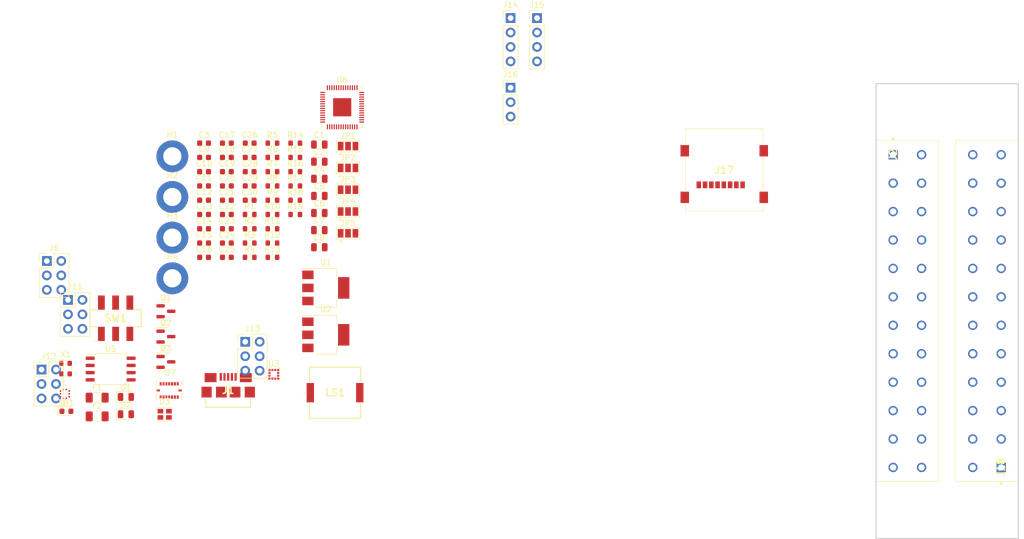
<source format=kicad_pcb>
(kicad_pcb (version 20221018) (generator pcbnew)
  (layers (0 "F.Cu" signal) (31 "B.Cu" signal) (34 "B.Paste" user) (35 "F.Paste" user) (36 "B.SilkS" user "B.Silkscreen") (37 "F.SilkS" user "F.Silkscreen") (38 "B.Mask" user) (39 "F.Mask" user) (44 "Edge.Cuts" user))
  (net 0 "")
  (net 1 "+12VA")
  (net 2 "GND")
  (net 3 "+3V3")
  (net 4 "+5V")
  (net 5 "/SERVO PWR")
  (net 6 "Net-(U3-C1)")
  (net 7 "+1V1")
  (net 8 "VBUS")
  (net 9 "Net-(D2-A)")
  (net 10 "Net-(D3-A)")
  (net 11 "/LEDRED")
  (net 12 "/LEDGREEN")
  (net 13 "/LEDBLUE")
  (net 14 "Net-(Q1-S)")
  (net 15 "+12P")
  (net 16 "Net-(F2-Pad2)")
  (net 17 "/USB_D-")
  (net 18 "/USB_D+")
  (net 20 "/GPIO26")
  (net 21 "+12V")
  (net 22 "+BATT")
  (net 23 "/SPI PWR")
  (net 24 "/SPI0 SCLK")
  (net 25 "/SPI0 MOSI")
  (net 26 "/SPI0 MISO")
  (net 27 "/BRKOUT CS")
  (net 28 "/P2-")
  (net 29 "/P1-")
  (net 30 "/SWD PWR")
  (net 31 "/SWCLK")
  (net 32 "/RUN")
  (net 33 "/SWD")
  (net 34 "/SERVO3")
  (net 35 "/SERVO4")
  (net 36 "/SERVO1")
  (net 37 "/SERVO2")
  (net 38 "/I2C PWR")
  (net 39 "/I2C1 SCL")
  (net 40 "/I2C1 SDA")
  (net 41 "/UART PWR")
  (net 42 "/UART0 TX")
  (net 43 "/UART0 RX")
  (net 44 "/BOOTSEL")
  (net 45 "/SD CS")
  (net 46 "/BUZZER")
  (net 47 "/P2 EN")
  (net 48 "Net-(Q2-D)")
  (net 49 "/P1 EN")
  (net 50 "Net-(Q3-D)")
  (net 51 "/P1 CONT")
  (net 52 "/P2 CONT")
  (net 53 "/BATT SENSE")
  (net 54 "/QSPI_SS")
  (net 55 "/RP USB_D+")
  (net 56 "/RP USB_D-")
  (net 59 "/MAG INT")
  (net 60 "/MAG DRDY")
  (net 61 "/BARO INT")
  (net 62 "/QSPI_SD1")
  (net 63 "/QSPI_SD2")
  (net 64 "/QSPI_SDO")
  (net 65 "/QSPI_SCLK")
  (net 66 "/QSPI_SD3")
  (net 67 "/XIN")
  (net 69 "/ACCEL INT1")
  (net 70 "/ACCEL INT2")
  (net 71 "/GYRO INT3")
  (net 72 "/GYRO INT4")
  (footprint "Resistor_SMD:R_0603_1608Metric" (layer "F.Cu") (at 73.435 64.55)
    (fp_text reference "R2" (at 0 -1.43) (layer "F.SilkS"))
    (fp_text value "470R")
    (pad "1" smd roundrect (at -0.825 0) (size 0.8 0.95) (layers "F.Cu" "F.Paste" "F.Mask") (net 2 "GND"))
    (pad "2" smd roundrect (at 0.825 0) (size 0.8 0.95) (layers "F.Cu" "F.Paste" "F.Mask") (net 47 "/P2 EN"))
  )
  (footprint "Capacitor_SMD:C_0805_2012Metric" (layer "F.Cu") (at 85.685 55.76)
    (fp_text reference "C4" (at 0 -1.68) (layer "F.SilkS"))
    (fp_text value "10u")
    (pad "1" smd roundrect (at -0.95 0) (size 1 1.45) (layers "F.Cu" "F.Paste" "F.Mask") (net 1 "+12VA"))
    (pad "2" smd roundrect (at 0.95 0) (size 1 1.45) (layers "F.Cu" "F.Paste" "F.Mask") (net 2 "GND"))
  )
  (footprint "Jumper:SolderJumper-3_P1.3mm_Open_Pad1.0x1.5mm" (layer "F.Cu") (at 90.735 57.68)
    (fp_text reference "JP3" (at 0 -1.8) (layer "F.SilkS"))
    (fp_text value "SolderJumper_3_Open")
    (pad "1" smd rect (at -1.3 0) (size 1 1.5) (layers "F.Cu" "F.Mask") (net 4 "+5V"))
    (pad "2" smd rect (at 0 0) (size 1 1.5) (layers "F.Cu" "F.Mask") (net 23 "/SPI PWR"))
    (pad "3" smd rect (at 1.3 0) (size 1 1.5) (layers "F.Cu" "F.Mask") (net 3 "+3V3"))
  )
  (footprint "Connector_PinHeader_2.54mm:PinHeader_2x03_P2.54mm_Vertical" (layer "F.Cu") (at 72.655 84.425)
    (fp_text reference "J13" (at 1.27 -2.33) (layer "F.SilkS"))
    (fp_text value "Conn_02x03_Odd_Even")
    (pad "1" thru_hole rect (at 0 0) (size 1.7 1.7) (drill 1) (layers "*.Cu" "*.Mask") (net 36 "/SERVO1"))
    (pad "2" thru_hole oval (at 2.54 0) (size 1.7 1.7) (drill 1) (layers "*.Cu" "*.Mask") (net 37 "/SERVO2"))
    (pad "3" thru_hole oval (at 0 2.54) (size 1.7 1.7) (drill 1) (layers "*.Cu" "*.Mask") (net 5 "/SERVO PWR"))
    (pad "4" thru_hole oval (at 2.54 2.54) (size 1.7 1.7) (drill 1) (layers "*.Cu" "*.Mask") (net 5 "/SERVO PWR"))
    (pad "5" thru_hole oval (at 0 5.08) (size 1.7 1.7) (drill 1) (layers "*.Cu" "*.Mask") (net 2 "GND"))
    (pad "6" thru_hole oval (at 2.54 5.08) (size 1.7 1.7) (drill 1) (layers "*.Cu" "*.Mask") (net 2 "GND"))
  )
  (footprint "LED_SMD:LED_Cree-PLCC4_2x2mm_CW" (layer "F.Cu") (at 58.485 97.18)
    (fp_text reference "D3" (at 0 -2.25) (layer "F.SilkS"))
    (fp_text value "CLV1L-FKB")
    (pad "1" smd rect (at -0.75 -0.55) (size 1 0.8) (layers "F.Cu" "F.Paste" "F.Mask") (net 10 "Net-(D3-A)"))
    (pad "2" smd rect (at 0.75 -0.55) (size 1 0.8) (layers "F.Cu" "F.Paste" "F.Mask") (net 11 "/LEDRED"))
    (pad "3" smd rect (at 0.75 0.55) (size 1 0.8) (layers "F.Cu" "F.Paste" "F.Mask") (net 12 "/LEDGREEN"))
    (pad "4" smd rect (at -0.75 0.55) (size 1 0.8) (layers "F.Cu" "F.Paste" "F.Mask") (net 13 "/LEDBLUE"))
  )
  (footprint "SamacSys_Parts:1862372" (layer "F.Cu") (at 186.6 51.525 -90)
    (fp_text reference "J2" (at 0 0 90) (layer "F.SilkS") (effects (font (size 1.27 1.27) (thickness 0.254))))
    (fp_text value "1862372" hide)
    (pad "1" thru_hole rect (at 0 0 270) (size 1.65 1.65) (drill 1.1) (layers "*.Cu" "*.Mask"))
    (pad "2" thru_hole circle (at 0 -5 270) (size 1.65 1.65) (drill 1.1) (layers "*.Cu" "*.Mask"))
    (pad "3" thru_hole circle (at 5 0 270) (size 1.65 1.65) (drill 1.1) (layers "*.Cu" "*.Mask"))
    (pad "4" thru_hole circle (at 5 -5 270) (size 1.65 1.65) (drill 1.1) (layers "*.Cu" "*.Mask"))
    (pad "5" thru_hole circle (at 10 0 270) (size 1.65 1.65) (drill 1.1) (layers "*.Cu" "*.Mask"))
    (pad "6" thru_hole circle (at 10 -5 270) (size 1.65 1.65) (drill 1.1) (layers "*.Cu" "*.Mask"))
    (pad "7" thru_hole circle (at 15 0 270) (size 1.65 1.65) (drill 1.1) (layers "*.Cu" "*.Mask"))
    (pad "8" thru_hole circle (at 15 -5 270) (size 1.65 1.65) (drill 1.1) (layers "*.Cu" "*.Mask"))
    (pad "9" thru_hole circle (at 20 0 270) (size 1.65 1.65) (drill 1.1) (layers "*.Cu" "*.Mask"))
    (pad "10" thru_hole circle (at 20 -5 270) (size 1.65 1.65) (drill 1.1) (layers "*.Cu" "*.Mask"))
    (pad "11" thru_hole circle (at 25 0 270) (size 1.65 1.65) (drill 1.1) (layers "*.Cu" "*.Mask"))
    (pad "12" thru_hole circle (at 25 -5 270) (size 1.65 1.65) (drill 1.1) (layers "*.Cu" "*.Mask"))
    (pad "13" thru_hole circle (at 30 0 270) (size 1.65 1.65) (drill 1.1) (layers "*.Cu" "*.Mask"))
    (pad "14" thru_hole circle (at 30 -5 270) (size 1.65 1.65) (drill 1.1) (layers "*.Cu" "*.Mask"))
    (pad "15" thru_hole circle (at 35 0 270) (size 1.65 1.65) (drill 1.1) (layers "*.Cu" "*.Mask"))
    (pad "16" thru_hole circle (at 35 -5 270) (size 1.65 1.65) (drill 1.1) (layers "*.Cu" "*.Mask"))
    (pad "17" thru_hole circle (at 40 0 270) (size 1.65 1.65) (drill 1.1) (layers "*.Cu" "*.Mask"))
    (pad "18" thru_hole circle (at 40 -5 270) (size 1.65 1.65) (drill 1.1) (layers "*.Cu" "*.Mask"))
    (pad "19" thru_hole circle (at 45 0 270) (size 1.65 1.65) (drill 1.1) (layers "*.Cu" "*.Mask"))
    (pad "20" thru_hole circle (at 45 -5 270) (size 1.65 1.65) (drill 1.1) (layers "*.Cu" "*.Mask"))
    (pad "21" thru_hole circle (at 50 0 270) (size 1.65 1.65) (drill 1.1) (layers "*.Cu" "*.Mask"))
    (pad "22" thru_hole circle (at 50 -5 270) (size 1.65 1.65) (drill 1.1) (layers "*.Cu" "*.Mask"))
    (pad "23" thru_hole circle (at 55 0 270) (size 1.65 1.65) (drill 1.1) (layers "*.Cu" "*.Mask"))
    (pad "24" thru_hole circle (at 55 -5 270) (size 1.65 1.65) (drill 1.1) (layers "*.Cu" "*.Mask"))
  )
  (footprint "Connector_PinHeader_2.54mm:PinHeader_1x04_P2.54mm_Vertical" (layer "F.Cu") (at 123.975 27.495)
    (fp_text reference "J15" (at 0 -2.33) (layer "F.SilkS"))
    (fp_text value "Conn_01x04")
    (pad "1" thru_hole rect (at 0 0) (size 1.7 1.7) (drill 1) (layers "*.Cu" "*.Mask") (net 41 "/UART PWR"))
    (pad "2" thru_hole oval (at 0 2.54) (size 1.7 1.7) (drill 1) (layers "*.Cu" "*.Mask") (net 42 "/UART0 TX"))
    (pad "3" thru_hole oval (at 0 5.08) (size 1.7 1.7) (drill 1) (layers "*.Cu" "*.Mask") (net 43 "/UART0 RX"))
    (pad "4" thru_hole oval (at 0 7.62) (size 1.7 1.7) (drill 1) (layers "*.Cu" "*.Mask") (net 2 "GND"))
  )
  (footprint "Package_SO:SOIC-8_5.23x5.23mm_P1.27mm" (layer "F.Cu") (at 48.985 89.22)
    (fp_text reference "U5" (at 0 -3.56) (layer "F.SilkS"))
    (fp_text value "W25Q128JVS")
    (pad "1" smd roundrect (at -3.6 -1.905) (size 1.6 0.6) (layers "F.Cu" "F.Paste" "F.Mask") (net 54 "/QSPI_SS"))
    (pad "2" smd roundrect (at -3.6 -0.635) (size 1.6 0.6) (layers "F.Cu" "F.Paste" "F.Mask") (net 62 "/QSPI_SD1"))
    (pad "3" smd roundrect (at -3.6 0.635) (size 1.6 0.6) (layers "F.Cu" "F.Paste" "F.Mask") (net 63 "/QSPI_SD2"))
    (pad "4" smd roundrect (at -3.6 1.905) (size 1.6 0.6) (layers "F.Cu" "F.Paste" "F.Mask") (net 2 "GND"))
    (pad "5" smd roundrect (at 3.6 1.905) (size 1.6 0.6) (layers "F.Cu" "F.Paste" "F.Mask") (net 64 "/QSPI_SDO"))
    (pad "6" smd roundrect (at 3.6 0.635) (size 1.6 0.6) (layers "F.Cu" "F.Paste" "F.Mask") (net 65 "/QSPI_SCLK"))
    (pad "7" smd roundrect (at 3.6 -0.635) (size 1.6 0.6) (layers "F.Cu" "F.Paste" "F.Mask") (net 66 "/QSPI_SD3"))
    (pad "8" smd roundrect (at 3.6 -1.905) (size 1.6 0.6) (layers "F.Cu" "F.Paste" "F.Mask") (net 3 "+3V3"))
  )
  (footprint "Capacitor_SMD:C_0603_1608Metric" (layer "F.Cu") (at 65.415 69.57)
    (fp_text reference "C16" (at 0 -1.43) (layer "F.SilkS"))
    (fp_text value "100n")
    (pad "1" smd roundrect (at -0.775 0) (size 0.9 0.95) (layers "F.Cu" "F.Paste" "F.Mask") (net 3 "+3V3"))
    (pad "2" smd roundrect (at 0.775 0) (size 0.9 0.95) (layers "F.Cu" "F.Paste" "F.Mask") (net 2 "GND"))
  )
  (footprint "Resistor_SMD:R_0603_1608Metric" (layer "F.Cu") (at 77.445 64.55)
    (fp_text reference "R11" (at 0 -1.43) (layer "F.SilkS"))
    (fp_text value "6k")
    (pad "1" smd roundrect (at -0.825 0) (size 0.8 0.95) (layers "F.Cu" "F.Paste" "F.Mask") (net 53 "/BATT SENSE"))
    (pad "2" smd roundrect (at 0.825 0) (size 0.8 0.95) (layers "F.Cu" "F.Paste" "F.Mask") (net 2 "GND"))
  )
  (footprint "Capacitor_SMD:C_0805_2012Metric" (layer "F.Cu") (at 85.685 58.77)
    (fp_text reference "C5" (at 0 -1.68) (layer "F.SilkS"))
    (fp_text value "10u")
    (pad "1" smd roundrect (at -0.95 0) (size 1 1.45) (layers "F.Cu" "F.Paste" "F.Mask") (net 1 "+12VA"))
    (pad "2" smd roundrect (at 0.95 0) (size 1 1.45) (layers "F.Cu" "F.Paste" "F.Mask") (net 2 "GND"))
  )
  (footprint "Capacitor_SMD:C_0603_1608Metric" (layer "F.Cu") (at 65.415 64.55)
    (fp_text reference "C14" (at 0 -1.43) (layer "F.SilkS"))
    (fp_text value "1u")
    (pad "1" smd roundrect (at -0.775 0) (size 0.9 0.95) (layers "F.Cu" "F.Paste" "F.Mask") (net 2 "GND"))
    (pad "2" smd roundrect (at 0.775 0) (size 0.9 0.95) (layers "F.Cu" "F.Paste" "F.Mask") (net 3 "+3V3"))
  )
  (footprint "Connector_PinHeader_2.54mm:PinHeader_2x03_P2.54mm_Vertical" (layer "F.Cu") (at 37.765 70.21)
    (fp_text reference "J6" (at 1.27 -2.33) (layer "F.SilkS"))
    (fp_text value "Conn_02x03_Odd_Even")
    (pad "1" thru_hole rect (at 0 0) (size 1.7 1.7) (drill 1) (layers "*.Cu" "*.Mask") (net 23 "/SPI PWR"))
    (pad "2" thru_hole oval (at 2.54 0) (size 1.7 1.7) (drill 1) (layers "*.Cu" "*.Mask") (net 24 "/SPI0 SCLK"))
    (pad "3" thru_hole oval (at 0 2.54) (size 1.7 1.7) (drill 1) (layers "*.Cu" "*.Mask") (net 25 "/SPI0 MOSI"))
    (pad "4" thru_hole oval (at 2.54 2.54) (size 1.7 1.7) (drill 1) (layers "*.Cu" "*.Mask") (net 26 "/SPI0 MISO"))
    (pad "5" thru_hole oval (at 0 5.08) (size 1.7 1.7) (drill 1) (layers "*.Cu" "*.Mask") (net 2 "GND"))
    (pad "6" thru_hole oval (at 2.54 5.08) (size 1.7 1.7) (drill 1) (layers "*.Cu" "*.Mask") (net 27 "/BRKOUT CS"))
  )
  (footprint "Resistor_SMD:R_0603_1608Metric" (layer "F.Cu") (at 81.455 59.53)
    (fp_text reference "R18" (at 0 -1.43) (layer "F.SilkS"))
    (fp_text value "27R")
    (pad "1" smd roundrect (at -0.825 0) (size 0.8 0.95) (layers "F.Cu" "F.Paste" "F.Mask") (net 18 "/USB_D+"))
    (pad "2" smd roundrect (at 0.825 0) (size 0.8 0.95) (layers "F.Cu" "F.Paste" "F.Mask") (net 55 "/RP USB_D+"))
  )
  (footprint "Resistor_SMD:R_0603_1608Metric" (layer "F.Cu") (at 81.455 62.04)
    (fp_text reference "R19" (at 0 -1.43) (layer "F.SilkS"))
    (fp_text value "27R")
    (pad "1" smd roundrect (at -0.825 0) (size 0.8 0.95) (layers "F.Cu" "F.Paste" "F.Mask") (net 56 "/RP USB_D-"))
    (pad "2" smd roundrect (at 0.825 0) (size 0.8 0.95) (layers "F.Cu" "F.Paste" "F.Mask") (net 17 "/USB_D-"))
  )
  (footprint "Capacitor_SMD:C_0603_1608Metric" (layer "F.Cu") (at 65.415 67.06)
    (fp_text reference "C15" (at 0 -1.43) (layer "F.SilkS"))
    (fp_text value "100n")
    (pad "1" smd roundrect (at -0.775 0) (size 0.9 0.95) (layers "F.Cu" "F.Paste" "F.Mask") (net 7 "+1V1"))
    (pad "2" smd roundrect (at 0.775 0) (size 0.9 0.95) (layers "F.Cu" "F.Paste" "F.Mask") (net 2 "GND"))
  )
  (footprint "Connector_PinHeader_2.54mm:PinHeader_2x03_P2.54mm_Vertical" (layer "F.Cu") (at 41.485 77.06)
    (fp_text reference "J11" (at 1.27 -2.33) (layer "F.SilkS"))
    (fp_text value "Conn_02x03_Odd_Even")
    (pad "1" thru_hole rect (at 0 0) (size 1.7 1.7) (drill 1) (layers "*.Cu" "*.Mask") (net 30 "/SWD PWR"))
    (pad "2" thru_hole oval (at 2.54 0) (size 1.7 1.7) (drill 1) (layers "*.Cu" "*.Mask") (net 31 "/SWCLK"))
    (pad "3" thru_hole oval (at 0 2.54) (size 1.7 1.7) (drill 1) (layers "*.Cu" "*.Mask") (net 32 "/RUN"))
    (pad "4" thru_hole oval (at 2.54 2.54) (size 1.7 1.7) (drill 1) (layers "*.Cu" "*.Mask") (net 2 "GND"))
    (pad "5" thru_hole oval (at 0 5.08) (size 1.7 1.7) (drill 1) (layers "*.Cu" "*.Mask") (net 2 "GND"))
    (pad "6" thru_hole oval (at 2.54 5.08) (size 1.7 1.7) (drill 1) (layers "*.Cu" "*.Mask") (net 33 "/SWD"))
  )
  (footprint "SamacSys_Parts:1862372" (layer "F.Cu") (at 205.6 106.525 90)
    (fp_text reference "J18" (at 0 0 90) (layer "F.SilkS") (effects (font (size 1.27 1.27) (thickness 0.254))))
    (fp_text value "1862372" hide)
    (pad "1" thru_hole rect (at 0 0 90) (size 1.65 1.65) (drill 1.1) (layers "*.Cu" "*.Mask"))
    (pad "2" thru_hole circle (at 0 -5 90) (size 1.65 1.65) (drill 1.1) (layers "*.Cu" "*.Mask"))
    (pad "3" thru_hole circle (at 5 0 90) (size 1.65 1.65) (drill 1.1) (layers "*.Cu" "*.Mask"))
    (pad "4" thru_hole circle (at 5 -5 90) (size 1.65 1.65) (drill 1.1) (layers "*.Cu" "*.Mask"))
    (pad "5" thru_hole circle (at 10 0 90) (size 1.65 1.65) (drill 1.1) (layers "*.Cu" "*.Mask"))
    (pad "6" thru_hole circle (at 10 -5 90) (size 1.65 1.65) (drill 1.1) (layers "*.Cu" "*.Mask"))
    (pad "7" thru_hole circle (at 15 0 90) (size 1.65 1.65) (drill 1.1) (layers "*.Cu" "*.Mask"))
    (pad "8" thru_hole circle (at 15 -5 90) (size 1.65 1.65) (drill 1.1) (layers "*.Cu" "*.Mask"))
    (pad "9" thru_hole circle (at 20 0 90) (size 1.65 1.65) (drill 1.1) (layers "*.Cu" "*.Mask"))
    (pad "10" thru_hole circle (at 20 -5 90) (size 1.65 1.65) (drill 1.1) (layers "*.Cu" "*.Mask"))
    (pad "11" thru_hole circle (at 25 0 90) (size 1.65 1.65) (drill 1.1) (layers "*.Cu" "*.Mask"))
    (pad "12" thru_hole circle (at 25 -5 90) (size 1.65 1.65) (drill 1.1) (layers "*.Cu" "*.Mask"))
    (pad "13" thru_hole circle (at 30 0 90) (size 1.65 1.65) (drill 1.1) (layers "*.Cu" "*.Mask"))
    (pad "14" thru_hole circle (at 30 -5 90) (size 1.65 1.65) (drill 1.1) (layers "*.Cu" "*.Mask"))
    (pad "15" thru_hole circle (at 35 0 90) (size 1.65 1.65) (drill 1.1) (layers "*.Cu" "*.Mask"))
    (pad "16" thru_hole circle (at 35 -5 90) (size 1.65 1.65) (drill 1.1) (layers "*.Cu" "*.Mask"))
    (pad "17" thru_hole circle (at 40 0 90) (size 1.65 1.65) (drill 1.1) (layers "*.Cu" "*.Mask") (net 21 "+12V"))
    (pad "18" thru_hole circle (at 40 -5 90) (size 1.65 1.65) (drill 1.1) (layers "*.Cu" "*.Mask") (net 21 "+12V"))
    (pad "19" thru_hole circle (at 45 0 90) (size 1.65 1.65) (drill 1.1) (layers "*.Cu" "*.Mask") (net 22 "+BATT"))
    (pad "20" thru_hole circle (at 45 -5 90) (size 1.65 1.65) (drill 1.1) (layers "*.Cu" "*.Mask") (net 22 "+BATT"))
    (pad "21" thru_hole circle (at 50 0 90) (size 1.65 1.65) (drill 1.1) (layers "*.Cu" "*.Mask") (net 2 "GND"))
    (pad "22" thru_hole circle (at 50 -5 90) (size 1.65 1.65) (drill 1.1) (layers "*.Cu" "*.Mask") (net 2 "GND"))
    (pad "23" thru_hole circle (at 55 0 90) (size 1.65 1.65) (drill 1.1) (layers "*.Cu" "*.Mask") (net 22 "+BATT"))
    (pad "24" thru_hole circle (at 55 -5 90) (size 1.65 1.65) (drill 1.1) (layers "*.Cu" "*.Mask") (net 22 "+BATT"))
  )
  (footprint "Package_LGA:LGA-12_2x2mm_P0.5mm" (layer "F.Cu") (at 77.685 90.15)
    (fp_text reference "U3" (at 0 -1.85) (layer "F.SilkS"))
    (fp_text value "LIS3MDL")
    (pad "1" smd rect (at -0.7625 -0.75) (size 0.375 0.35) (layers "F.Cu" "F.Paste" "F.Mask") (net 39 "/I2C1 SCL"))
    (pad "2" smd rect (at -0.7625 -0.25) (size 0.375 0.35) (layers "F.Cu" "F.Paste" "F.Mask") (net 2 "GND"))
    (pad "3" smd rect (at -0.7625 0.25) (size 0.375 0.35) (layers "F.Cu" "F.Paste" "F.Mask") (net 2 "GND"))
    (pad "4" smd rect (at -0.7625 0.75) (size 0.375 0.35) (layers "F.Cu" "F.Paste" "F.Mask") (net 6 "Net-(U3-C1)"))
    (pad "5" smd rect (at -0.25 0.7625 90) (size 0.375 0.35) (layers "F.Cu" "F.Paste" "F.Mask") (net 3 "+3V3"))
    (pad "6" smd rect (at 0.25 0.7625 90) (size 0.375 0.35) (layers "F.Cu" "F.Paste" "F.Mask") (net 3 "+3V3"))
    (pad "7" smd rect (at 0.7625 0.75) (size 0.375 0.35) (layers "F.Cu" "F.Paste" "F.Mask") (net 59 "/MAG INT"))
    (pad "8" smd rect (at 0.7625 0.25) (size 0.375 0.35) (layers "F.Cu" "F.Paste" "F.Mask") (net 60 "/MAG DRDY"))
    (pad "9" smd rect (at 0.7625 -0.25) (size 0.375 0.35) (layers "F.Cu" "F.Paste" "F.Mask") (net 2 "GND"))
    (pad "10" smd rect (at 0.7625 -0.75) (size 0.375 0.35) (layers "F.Cu" "F.Paste" "F.Mask") (net 3 "+3V3"))
    (pad "11" smd rect (at 0.25 -0.7625 90) (size 0.375 0.35) (layers "F.Cu" "F.Paste" "F.Mask") (net 40 "/I2C1 SDA"))
    (pad "12" smd rect (at -0.25 -0.7625 90) (size 0.375 0.35) (layers "F.Cu" "F.Paste" "F.Mask") (net 2 "GND"))
  )
  (footprint "Capacitor_SMD:C_0603_1608Metric" (layer "F.Cu") (at 73.435 49.49)
    (fp_text reference "C26" (at 0 -1.43) (layer "F.SilkS"))
    (fp_text value "100n")
    (pad "1" smd roundrect (at -0.775 0) (size 0.9 0.95) (layers "F.Cu" "F.Paste" "F.Mask") (net 3 "+3V3"))
    (pad "2" smd roundrect (at 0.775 0) (size 0.9 0.95) (layers "F.Cu" "F.Paste" "F.Mask") (net 2 "GND"))
  )
  (footprint "Capacitor_SMD:C_0603_1608Metric" (layer "F.Cu") (at 65.415 54.51)
    (fp_text reference "C10" (at 0 -1.43) (layer "F.SilkS"))
    (fp_text value "1u")
    (pad "1" smd roundrect (at -0.775 0) (size 0.9 0.95) (layers "F.Cu" "F.Paste" "F.Mask") (net 3 "+3V3"))
    (pad "2" smd roundrect (at 0.775 0) (size 0.9 0.95) (layers "F.Cu" "F.Paste" "F.Mask") (net 2 "GND"))
  )
  (footprint "Resistor_SMD:R_0603_1608Metric" (layer "F.Cu") (at 77.445 54.51)
    (fp_text reference "R7" (at 0 -1.43) (layer "F.SilkS"))
    (fp_text value "6k")
    (pad "1" smd roundrect (at -0.825 0) (size 0.8 0.95) (layers "F.Cu" "F.Paste" "F.Mask") (net 51 "/P1 CONT"))
    (pad "2" smd roundrect (at 0.825 0) (size 0.8 0.95) (layers "F.Cu" "F.Paste" "F.Mask") (net 2 "GND"))
  )
  (footprint "Capacitor_SMD:C_0603_1608Metric" (layer "F.Cu") (at 65.415 52)
    (fp_text reference "C9" (at 0 -1.43) (layer "F.SilkS"))
    (fp_text value "1u")
    (pad "1" smd roundrect (at -0.775 0) (size 0.9 0.95) (layers "F.Cu" "F.Paste" "F.Mask") (net 5 "/SERVO PWR"))
    (pad "2" smd roundrect (at 0.775 0) (size 0.9 0.95) (layers "F.Cu" "F.Paste" "F.Mask") (net 2 "GND"))
  )
  (footprint "Capacitor_SMD:C_0603_1608Metric" (layer "F.Cu") (at 65.415 57.02)
    (fp_text reference "C11" (at 0 -1.43) (layer "F.SilkS"))
    (fp_text value "100n")
    (pad "1" smd roundrect (at -0.775 0) (size 0.9 0.95) (layers "F.Cu" "F.Paste" "F.Mask") (net 3 "+3V3"))
    (pad "2" smd roundrect (at 0.775 0) (size 0.9 0.95) (layers "F.Cu" "F.Paste" "F.Mask") (net 2 "GND"))
  )
  (footprint "Resistor_SMD:R_0603_1608Metric" (layer "F.Cu") (at 77.445 62.04)
    (fp_text reference "R10" (at 0 -1.43) (layer "F.SilkS"))
    (fp_text value "20k")
    (pad "1" smd roundrect (at -0.825 0) (size 0.8 0.95) (layers "F.Cu" "F.Paste" "F.Mask") (net 21 "+12V"))
    (pad "2" smd roundrect (at 0.825 0) (size 0.8 0.95) (layers "F.Cu" "F.Paste" "F.Mask") (net 53 "/BATT SENSE"))
  )
  (footprint "Jumper:SolderJumper-3_P1.3mm_Open_Pad1.0x1.5mm" (layer "F.Cu") (at 90.735 61.515)
    (fp_text reference "JP4" (at 0 -1.8) (layer "F.SilkS"))
    (fp_text value "SolderJumper_3_Open")
    (pad "1" smd rect (at -1.3 0) (size 1 1.5) (layers "F.Cu" "F.Mask") (net 4 "+5V"))
    (pad "2" smd rect (at 0 0) (size 1 1.5) (layers "F.Cu" "F.Mask") (net 41 "/UART PWR"))
    (pad "3" smd rect (at 1.3 0) (size 1 1.5) (layers "F.Cu" "F.Mask") (net 3 "+3V3"))
  )
  (footprint "Resistor_SMD:R_0603_1608Metric" (layer "F.Cu") (at 73.435 67.06)
    (fp_text reference "R3" (at 0 -1.43) (layer "F.SilkS"))
    (fp_text value "470R")
    (pad "1" smd roundrect (at -0.825 0) (size 0.8 0.95) (layers "F.Cu" "F.Paste" "F.Mask") (net 2 "GND"))
    (pad "2" smd roundrect (at 0.825 0) (size 0.8 0.95) (layers "F.Cu" "F.Paste" "F.Mask") (net 49 "/P1 EN"))
  )
  (footprint "Resistor_SMD:R_0603_1608Metric" (layer "F.Cu") (at 77.445 52)
    (fp_text reference "R6" (at 0 -1.43) (layer "F.SilkS"))
    (fp_text value "20k")
    (pad "1" smd roundrect (at -0.825 0) (size 0.8 0.95) (layers "F.Cu" "F.Paste" "F.Mask") (net 48 "Net-(Q2-D)"))
    (pad "2" smd roundrect (at 0.825 0) (size 0.8 0.95) (layers "F.Cu" "F.Paste" "F.Mask") (net 51 "/P1 CONT"))
  )
  (footprint "Capacitor_SMD:C_0805_2012Metric" (layer "F.Cu") (at 85.685 52.75)
    (fp_text reference "C2" (at 0 -1.68) (layer "F.SilkS"))
    (fp_text value "22u")
    (pad "1" smd roundrect (at -0.95 0) (size 1 1.45) (layers "F.Cu" "F.Paste" "F.Mask") (net 3 "+3V3"))
    (pad "2" smd roundrect (at 0.95 0) (size 1 1.45) (layers "F.Cu" "F.Paste" "F.Mask") (net 2 "GND"))
  )
  (footprint "Package_DFN_QFN:QFN-56-1EP_7x7mm_P0.4mm_EP3.2x3.2mm" (layer "F.Cu") (at 89.705 43.18)
    (fp_text reference "U6" (at 0 -4.82) (layer "F.SilkS"))
    (fp_text value "RP2040")
    (pad "1" smd roundrect (at -3.4375 -2.6) (size 0.875 0.2) (layers "F.Cu" "F.Paste" "F.Mask") (net 3 "+3V3"))
    (pad "2" smd roundrect (at -3.4375 -2.2) (size 0.875 0.2) (layers "F.Cu" "F.Paste" "F.Mask") (net 26 "/SPI0 MISO"))
    (pad "3" smd roundrect (at -3.4375 -1.8) (size 0.875 0.2) (layers "F.Cu" "F.Paste" "F.Mask") (net 45 "/SD CS"))
    (pad "4" smd roundrect (at -3.4375 -1.4) (size 0.875 0.2) (layers "F.Cu" "F.Paste" "F.Mask") (net 24 "/SPI0 SCLK"))
    (pad "5" smd roundrect (at -3.4375 -1) (size 0.875 0.2) (layers "F.Cu" "F.Paste" "F.Mask") (net 25 "/SPI0 MOSI"))
    (pad "6" smd roundrect (at -3.4375 -0.6) (size 0.875 0.2) (layers "F.Cu" "F.Paste" "F.Mask") (net 27 "/BRKOUT CS"))
    (pad "7" smd roundrect (at -3.4375 -0.2) (size 0.875 0.2) (layers "F.Cu" "F.Paste" "F.Mask") (net 46 "/BUZZER"))
    (pad "8" smd roundrect (at -3.4375 0.2) (size 0.875 0.2) (layers "F.Cu" "F.Paste" "F.Mask") (net 49 "/P1 EN"))
    (pad "9" smd roundrect (at -3.4375 0.6) (size 0.875 0.2) (layers "F.Cu" "F.Paste" "F.Mask") (net 47 "/P2 EN"))
    (pad "10" smd roundrect (at -3.4375 1) (size 0.875 0.2) (layers "F.Cu" "F.Paste" "F.Mask") (net 3 "+3V3"))
    (pad "11" smd roundrect (at -3.4375 1.4) (size 0.875 0.2) (layers "F.Cu" "F.Paste" "F.Mask") (net 60 "/MAG DRDY"))
    (pad "12" smd roundrect (at -3.4375 1.8) (size 0.875 0.2) (layers "F.Cu" "F.Paste" "F.Mask") (net 11 "/LEDRED"))
    (pad "13" smd roundrect (at -3.4375 2.2) (size 0.875 0.2) (layers "F.Cu" "F.Paste" "F.Mask") (net 12 "/LEDGREEN"))
    (pad "14" smd roundrect (at -3.4375 2.6) (size 0.875 0.2) (layers "F.Cu" "F.Paste" "F.Mask") (net 13 "/LEDBLUE"))
    (pad "15" smd roundrect (at -2.6 3.4375) (size 0.2 0.875) (layers "F.Cu" "F.Paste" "F.Mask") (net 36 "/SERVO1"))
    (pad "16" smd roundrect (at -2.2 3.4375) (size 0.2 0.875) (layers "F.Cu" "F.Paste" "F.Mask") (net 37 "/SERVO2"))
    (pad "17" smd roundrect (at -1.8 3.4375) (size 0.2 0.875) (layers "F.Cu" "F.Paste" "F.Mask") (net 34 "/SERVO3"))
    (pad "18" smd roundrect (at -1.4 3.4375) (size 0.2 0.875) (layers "F.Cu" "F.Paste" "F.Mask") (net 35 "/SERVO4"))
    (pad "19" smd roundrect (at -1 3.4375) (size 0.2 0.875) (layers "F.Cu" "F.Paste" "F.Mask") (net 2 "GND"))
    (pad "20" smd roundrect (at -0.6 3.4375) (size 0.2 0.875) (layers "F.Cu" "F.Paste" "F.Mask") (net 67 "/XIN"))
    (pad "21" smd roundrect (at -0.2 3.4375) (size 0.2 0.875) (layers "F.Cu" "F.Paste" "F.Mask"))
    (pad "22" smd roundrect (at 0.2 3.4375) (size 0.2 0.875) (layers "F.Cu" "F.Paste" "F.Mask") (net 3 "+3V3"))
    (pad "23" smd roundrect (at 0.6 3.4375) (size 0.2 0.875) (layers "F.Cu" "F.Paste" "F.Mask") (net 7 "+1V1"))
    (pad "24" smd roundrect (at 1 3.4375) (size 0.2 0.875) (layers "F.Cu" "F.Paste" "F.Mask") (net 31 "/SWCLK"))
    (pad "25" smd roundrect (at 1.4 3.4375) (size 0.2 0.875) (layers "F.Cu" "F.Paste" "F.Mask") (net 33 "/SWD"))
    (pad "26" smd roundrect (at 1.8 3.4375) (size 0.2 0.875) (layers "F.Cu" "F.Paste" "F.Mask") (net 32 "/RUN"))
    (pad "27" smd roundrect (at 2.2 3.4375) (size 0.2 0.875) (layers "F.Cu" "F.Paste" "F.Mask") (net 42 "/UART0 TX"))
    (pad "28" smd roundrect (at 2.6 3.4375) (size 0.2 0.875) (layers "F.Cu" "F.Paste" "F.Mask") (net 43 "/UART0 RX"))
    (pad "29" smd roundrect (at 3.4375 2.6) (size 0.875 0.2) (layers "F.Cu" "F.Paste" "F.Mask") (net 69 "/ACCEL INT1"))
    (pad "30" smd roundrect (at 3.4375 2.2) (size 0.875 0.2) (layers "F.Cu" "F.Paste" "F.Mask") (net 70 "/ACCEL INT2"))
    (pad "31" smd roundrect (at 3.4375 1.8) (size 0.875 0.2) (layers "F.Cu" "F.Paste" "F.Mask") (net 71 "/GYRO INT3"))
    (pad "32" smd roundrect (at 3.4375 1.4) (size 0.875 0.2) (layers "F.Cu" "F.Paste" "F.Mask") (net 72 "/GYRO INT4"))
    (pad "33" smd roundrect (at 3.4375 1) (size 0.875 0.2) (layers "F.Cu" "F.Paste" "F.Mask") (net 3 "+3V3"))
    (pad "34" smd roundrect (at 3.4375 0.6) (size 0.875 0.2) (layers "F.Cu" "F.Paste" "F.Mask") (net 40 "/I2C1 SDA"))
    (pad "35" smd roundrect (at 3.4375 0.2) (size 0.875 0.2) (layers "F.Cu" "F.Paste" "F.Mask") (net 39 "/I2C1 SCL"))
    (pad "36" smd roundrect (at 3.4375 -0.2) (size 0.875 0.2) (layers "F.Cu" "F.Paste" "F.Mask") (net 59 "/MAG INT"))
    (pad "37" smd roundrect (at 3.4375 -0.6) (size 0.875 0.2) (layers "F.Cu" "F.Paste" "F.Mask") (net 61 "/BARO INT"))
    (pad "38" smd roundrect (at 3.4375 -1) (size 0.875 0.2) (layers "F.Cu" "F.Paste" "F.Mask") (net 20 "/GPIO26"))
    (pad "39" smd roundrect (at 3.4375 -1.4) (size 0.875 0.2) (layers "F.Cu" "F.Paste" "F.Mask") (net 52 "/P2 CONT"))
    (pad "40" smd roundrect (at 3.4375 -1.8) (size 0.875 0.2) (layers "F.Cu" "F.Paste" "F.Mask") (net 51 "/P1 CONT"))
    (pad "41" smd roundrect (at 3.4375 -2.2) (size 0.875 0.2) (layers "F.Cu" "F.Paste" "F.Mask") (net 53 "/BATT SENSE"))
    (pad "42" smd roundrect (at 3.4375 -2.6) (size 0.875 0.2) (layers "F.Cu" "F.Paste" "F.Mask") (net 3 "+3V3"))
    (pad "43" smd roundrect (at 2.6 -3.4375) (size 0.2 0.875) (layers "F.Cu" "F.Paste" "F.Mask") (net 3 "+3V3"))
    (pad "44" smd roundrect (at 2.2 -3.4375) (size 0.2 0.875) (layers "F.Cu" "F.Paste" "F.Mask") (net 3 "+3V3"))
    (pad "45" smd roundrect (at 1.8 -3.4375) (size 0.2 0.875) (layers "F.Cu" "F.Paste" "F.Mask") (net 7 "+1V1"))
    (pad "46" smd roundrect (at 1.4 -3.4375) (size 0.2 0.875) (layers "F.Cu" "F.Paste" "F.Mask") (net 56 "/RP USB_D-"))
    (pad "47" smd roundrect (at 1 -3.4375) (size 0.2 0.875) (layers "F.Cu" "F.Paste" "F.Mask") (net 55 "/RP USB_D+"))
    (pad "48" smd roundrect (at 0.6 -3.4375) (size 0.2 0.875) (layers "F.Cu" "F.Paste" "F.Mask") (net 3 "+3V3"))
    (pad "49" smd roundrect (at 0.2 -3.4375) (size 0.2 0.875) (layers "F.Cu" "F.Paste" "F.Mask") (net 3 "+3V3"))
    (pad "50" smd roundrect (at -0.2 -3.4375) (size 0.2 0.875) (layers "F.Cu" "F.Paste" "F.Mask") (net 7 "+1V1"))
    (pad "51" smd roundrect (at -0.6 -3.4375) (size 0.2 0.875) (layers "F.Cu" "F.Paste" "F.Mask") (net 66 "/QSPI_SD3"))
    (pad "52" smd roundrect (at -1 -3.4375) (size 0.2 0.875) (layers "F.Cu" "F.Paste" "F.Mask") (net 65 "/QSPI_SCLK"))
    (pad "53" smd roundrect (at -1.4 -3.4375) (size 0.2 0.875) (layers "F.Cu" "F.Paste" "F.Mask") (net 64 "/QSPI_SDO"))
    (pad "54" smd roundrect (at -1.8 -3.4375) (size 0.2 0.875) (layers "F.Cu" "F.Paste" "F.Mask") (net 63 "/QSPI_SD2"))
    (pad "55" smd roundrect (at -2.2 -3.4375) (size 0.2 0.875) (layers "F.Cu" "F.Paste" "F.Mask") (net 62 "/QSPI_SD1"))
    (pad "56" smd roundrect (at -2.6 -3.4375) (size 0.2 0.875) (layers "F.Cu" "F.Paste" "F.Mask") (net 54 "/QSPI_SS"))
    (pad "57" smd rect (at 0 0) (size 3.2 3.2) (layers "F.Cu" "F.Mask") (net 2 "GND"))
  )
  (footprint "Capacitor_SMD:C_0603_1608Metric" (layer "F.Cu") (at 65.415 59.53)
    (fp_text reference "C12" (at 0 -1.43) (layer "F.SilkS"))
    (fp_text value "100n")
    (pad "1" smd roundrect (at -0.775 0) (size 0.9 0.95) (layers "F.Cu" "F.Paste" "F.Mask") (net 6 "Net-(U3-C1)"))
    (pad "2" smd roundrect (at 0.775 0) (size 0.9 0.95) (layers "F.Cu" "F.Paste" "F.Mask") (net 2 "GND"))
  )
  (footprint "Resistor_SMD:R_0603_1608Metric" (layer "F.Cu") (at 81.455 52)
    (fp_text reference "R15" (at 0 -1.43) (layer "F.SilkS"))
    (fp_text value "2k2")
    (pad "1" smd roundrect (at -0.825 0) (size 0.8 0.95) (layers "F.Cu" "F.Paste" "F.Mask") (net 3 "+3V3"))
    (pad "2" smd roundrect (at 0.825 0) (size 0.8 0.95) (layers "F.Cu" "F.Paste" "F.Mask") (net 39 "/I2C1 SCL"))
  )
  (footprint "Capacitor_SMD:C_0603_1608Metric" (layer "F.Cu") (at 69.425 64.55)
    (fp_text reference "C23" (at 0 -1.43) (layer "F.SilkS"))
    (fp_text value "100n")
    (pad "1" smd roundrect (at -0.775 0) (size 0.9 0.95) (layers "F.Cu" "F.Paste" "F.Mask") (net 3 "+3V3"))
    (pad "2" smd roundrect (at 0.775 0) (size 0.9 0.95) (layers "F.Cu" "F.Paste" "F.Mask") (net 2 "GND"))
  )
  (footprint "Connector_PinHeader_2.54mm:PinHeader_1x04_P2.54mm_Vertical" (layer "F.Cu") (at 119.325 27.495)
    (fp_text reference "J14" (at 0 -2.33) (layer "F.SilkS"))
    (fp_text value "Conn_01x04")
    (pad "1" thru_hole rect (at 0 0) (size 1.7 1.7) (drill 1) (layers "*.Cu" "*.Mask") (net 38 "/I2C PWR"))
    (pad "2" thru_hole oval (at 0 2.54) (size 1.7 1.7) (drill 1) (layers "*.Cu" "*.Mask") (net 39 "/I2C1 SCL"))
    (pad "3" thru_hole oval (at 0 5.08) (size 1.7 1.7) (drill 1) (layers "*.Cu" "*.Mask") (net 40 "/I2C1 SDA"))
    (pad "4" thru_hole oval (at 0 7.62) (size 1.7 1.7) (drill 1) (layers "*.Cu" "*.Mask") (net 2 "GND"))
  )
  (footprint "LED_SMD:LED_0805_2012Metric" (layer "F.Cu") (at 51.665 97.165)
    (fp_text reference "D2" (at 0 -1.65) (layer "F.SilkS"))
    (fp_text value "LED")
    (pad "1" smd roundrect (at -0.9375 0) (size 0.975 1.4) (layers "F.Cu" "F.Paste" "F.Mask") (net 2 "GND"))
    (pad "2" smd roundrect (at 0.9375 0) (size 0.975 1.4) (layers "F.Cu" "F.Paste" "F.Mask") (net 9 "Net-(D2-A)"))
  )
  (footprint "MountingHole:MountingHole_3.2mm_M3_DIN965_Pad" (layer "F.Cu") (at 59.835 51.81)
    (fp_text reference "H1" (at 0 -3.8) (layer "F.SilkS"))
    (fp_text value "MountingHole_Pad")
    (pad "1" thru_hole circle (at 0 0) (size 5.6 5.6) (drill 3.2) (layers "*.Cu" "*.Mask") (net 2 "GND"))
  )
  (footprint "Resistor_SMD:R_0603_1608Metric" (layer "F.Cu") (at 77.445 67.06)
    (fp_text reference "R12" (at 0 -1.43) (layer "F.SilkS"))
    (fp_text value "1k")
    (pad "1" smd roundrect (at -0.825 0) (size 0.8 0.95) (layers "F.Cu" "F.Paste" "F.Mask") (net 10 "Net-(D3-A)"))
    (pad "2" smd roundrect (at 0.825 0) (size 0.8 0.95) (layers "F.Cu" "F.Paste" "F.Mask") (net 3 "+3V3"))
  )
  (footprint "Package_TO_SOT_SMD:SOT-23" (layer "F.Cu") (at 58.705 79.06)
    (fp_text reference "Q1" (at 0 -2.4) (layer "F.SilkS"))
    (fp_text value "AO3401A")
    (pad "1" smd roundrect (at -0.9375 -0.95) (size 1.475 0.6) (layers "F.Cu" "F.Paste" "F.Mask") (net 2 "GND"))
    (pad "2" smd roundrect (at -0.9375 0.95) (size 1.475 0.6) (layers "F.Cu" "F.Paste" "F.Mask") (net 14 "Net-(Q1-S)"))
    (pad "3" smd roundrect (at 0.9375 0) (size 1.475 0.6) (layers "F.Cu" "F.Paste" "F.Mask") (net 21 "+12V"))
  )
  (footprint "Capacitor_SMD:C_0603_1608Metric" (layer "F.Cu") (at 69.425 57.02)
    (fp_text reference "C20" (at 0 -1.43) (layer "F.SilkS"))
    (fp_text value "1u")
    (pad "1" smd roundrect (at -0.775 0) (size 0.9 0.95) (layers "F.Cu" "F.Paste" "F.Mask") (net 7 "+1V1"))
    (pad "2" smd roundrect (at 0.775 0) (size 0.9 0.95) (layers "F.Cu" "F.Paste" "F.Mask") (net 2 "GND"))
  )
  (footprint "Capacitor_SMD:C_0603_1608Metric" (layer "F.Cu") (at 69.425 62.04)
    (fp_text reference "C22" (at 0 -1.43) (layer "F.SilkS"))
    (fp_text value "100n")
    (pad "1" smd roundrect (at -0.775 0) (size 0.9 0.95) (layers "F.Cu" "F.Paste" "F.Mask") (net 3 "+3V3"))
    (pad "2" smd roundrect (at 0.775 0) (size 0.9 0.95) (layers "F.Cu" "F.Paste" "F.Mask") (net 2 "GND"))
  )
  (footprint "Connector_PinHeader_2.54mm:PinHeader_1x03_P2.54mm_Vertical" (layer "F.Cu") (at 119.325 39.745)
    (fp_text reference "J16" (at 0 -2.33) (layer "F.SilkS"))
    (fp_text value "Conn_01x03")
    (pad "1" thru_hole rect (at 0 0) (size 1.7 1.7) (drill 1) (layers "*.Cu" "*.Mask") (net 2 "GND"))
    (pad "2" thru_hole oval (at 0 2.54) (size 1.7 1.7) (drill 1) (layers "*.Cu" "*.Mask") (net 44 "/BOOTSEL"))
    (pad "3" thru_hole oval (at 0 5.08) (size 1.7 1.7) (drill 1) (layers "*.Cu" "*.Mask"))
  )
  (footprint "Capacitor_SMD:C_0603_1608Metric" (layer "F.Cu") (at 73.435 54.51)
    (fp_text reference "C28" (at 0 -1.43) (layer "F.SilkS"))
    (fp_text value "100n")
    (pad "1" smd roundrect (at -0.775 0) (size 0.9 0.95) (layers "F.Cu" "F.Paste" "F.Mask") (net 3 "+3V3"))
    (pad "2" smd roundrect (at 0.775 0) (size 0.9 0.95) (layers "F.Cu" "F.Paste" "F.Mask") (net 2 "GND"))
  )
  (footprint "Package_TO_SOT_SMD:SOT-23" (layer "F.Cu") (at 58.705 83.51)
    (fp_text reference "Q2" (at 0 -2.4) (layer "F.SilkS"))
    (fp_text value "BSS138")
    (pad "1" smd roundrect (at -0.9375 -0.95) (size 1.475 0.6) (layers "F.Cu" "F.Paste" "F.Mask") (net 47 "/P2 EN"))
    (pad "2" smd roundrect (at -0.9375 0.95) (size 1.475 0.6) (layers "F.Cu" "F.Paste" "F.Mask") (net 2 "GND"))
    (pad "3" smd roundrect (at 0.9375 0) (size 1.475 0.6) (layers "F.Cu" "F.Paste" "F.Mask") (net 48 "Net-(Q2-D)"))
  )
  (footprint "Jumper:SolderJumper-3_P1.3mm_Open_Pad1.0x1.5mm" (layer "F.Cu") (at 90.735 53.845)
    (fp_text reference "JP2" (at 0 -1.8) (layer "F.SilkS"))
    (fp_text value "SolderJumper_3_Open")
    (pad "1" smd rect (at -1.3 0) (size 1 1.5) (layers "F.Cu" "F.Mask") (net 4 "+5V"))
    (pad "2" smd rect (at 0 0) (size 1 1.5) (layers "F.Cu" "F.Mask") (net 38 "/I2C PWR"))
    (pad "3" smd rect (at 1.3 0) (size 1 1.5) (layers "F.Cu" "F.Mask") (net 3 "+3V3"))
  )
  (footprint "Capacitor_SMD:C_0603_1608Metric" (layer "F.Cu") (at 69.425 67.06)
    (fp_text reference "C24" (at 0 -1.43) (layer "F.SilkS"))
    (fp_text value "100n")
    (pad "1" smd roundrect (at -0.775 0) (size 0.9 0.95) (layers "F.Cu" "F.Paste" "F.Mask") (net 3 "+3V3"))
    (pad "2" smd roundrect (at 0.775 0) (size 0.9 0.95) (layers "F.Cu" "F.Paste" "F.Mask") (net 2 "GND"))
  )
  (footprint "Resistor_SMD:R_0603_1608Metric" (layer "F.Cu") (at 77.445 69.57)
    (fp_text reference "R13" (at 0 -1.43) (layer "F.SilkS"))
    (fp_text value "1k")
    (pad "1" smd roundrect (at -0.825 0) (size 0.8 0.95) (layers "F.Cu" "F.Paste" "F.Mask") (net 54 "/QSPI_SS"))
    (pad "2" smd roundrect (at 0.825 0) (size 0.8 0.95) (layers "F.Cu" "F.Paste" "F.Mask") (net 44 "/BOOTSEL"))
  )
  (footprint "Package_TO_SOT_SMD:SOT-23" (layer "F.Cu") (at 58.705 87.96)
    (fp_text reference "Q3" (at 0 -2.4) (layer "F.SilkS"))
    (fp_text value "BSS138")
    (pad "1" smd roundrect (at -0.9375 -0.95) (size 1.475 0.6) (layers "F.Cu" "F.Paste" "F.Mask") (net 49 "/P1 EN"))
    (pad "2" smd roundrect (at -0.9375 0.95) (size 1.475 0.6) (layers "F.Cu" "F.Paste" "F.Mask") (net 2 "GND"))
    (pad "3" smd roundrect (at 0.9375 0) (size 1.475 0.6) (layers "F.Cu" "F.Paste" "F.Mask") (net 50 "Net-(Q3-D)"))
  )
  (footprint "Capacitor_SMD:C_0805_2012Metric" (layer "F.Cu") (at 85.685 64.79)
    (fp_text reference "C7" (at 0 -1.68) (layer "F.SilkS"))
    (fp_text value "1u")
    (pad "1" smd roundrect (at -0.95 0) (size 1 1.45) (layers "F.Cu" "F.Paste" "F.Mask") (net 1 "+12VA"))
    (pad "2" smd roundrect (at 0.95 0) (size 1 1.45) (layers "F.Cu" "F.Paste" "F.Mask") (net 2 "GND"))
  )
  (footprint "Capacitor_SMD:C_0603_1608Metric" (layer "F.Cu") (at 65.415 49.49)
    (fp_text reference "C3" (at 0 -1.43) (layer "F.SilkS"))
    (fp_text value "1u")
    (pad "1" smd roundrect (at -0.775 0) (size 0.9 0.95) (layers "F.Cu" "F.Paste" "F.Mask") (net 3 "+3V3"))
    (pad "2" smd roundrect (at 0.775 0) (size 0.9 0.95) (layers "F.Cu" "F.Paste" "F.Mask") (net 2 "GND"))
  )
  (footprint "Package_TO_SOT_SMD:SOT-223-3_TabPin2" (layer "F.Cu") (at 86.825 74.95)
    (fp_text reference "U1" (at 0 -4.5) (layer "F.SilkS"))
    (fp_text value "AZ1117-3.3")
    (pad "1" smd rect (at -3.15 -2.3) (size 2 1.5) (layers "F.Cu" "F.Paste" "F.Mask") (net 2 "GND"))
    (pad "2" smd rect (at -3.15 0) (size 2 1.5) (layers "F.Cu" "F.Paste" "F.Mask") (net 3 "+3V3"))
    (pad "2" smd rect (at 3.15 0) (size 2 3.8) (layers "F.Cu" "F.Paste" "F.Mask") (net 3 "+3V3"))
    (pad "3" smd rect (at -3.15 2.3) (size 2 1.5) (layers "F.Cu" "F.Paste" "F.Mask") (net 1 "+12VA"))
  )
  (footprint "Connector_PinHeader_2.54mm:PinHeader_2x03_P2.54mm_Vertical" (layer "F.Cu") (at 36.835 89.31)
    (fp_text reference "J12" (at 1.27 -2.33) (layer "F.SilkS"))
    (fp_text value "Conn_02x03_Odd_Even")
    (pad "1" thru_hole rect (at 0 0) (size 1.7 1.7) (drill 1) (layers "*.Cu" "*.Mask") (net 34 "/SERVO3"))
    (pad "2" thru_hole oval (at 2.54 0) (size 1.7 1.7) (drill 1) (layers "*.Cu" "*.Mask") (net 35 "/SERVO4"))
    (pad "3" thru_hole oval (at 0 2.54) (size 1.7 1.7) (drill 1) (layers "*.Cu" "*.Mask") (net 5 "/SERVO PWR"))
    (pad "4" thru_hole oval (at 2.54 2.54) (size 1.7 1.7) (drill 1) (layers "*.Cu" "*.Mask") (net 5 "/SERVO PWR"))
    (pad "5" thru_hole oval (at 0 5.08) (size 1.7 1.7) (drill 1) (layers "*.Cu" "*.Mask") (net 2 "GND"))
    (pad "6" thru_hole oval (at 2.54 5.08) (size 1.7 1.7) (drill 1) (layers "*.Cu" "*.Mask") (net 2 "GND"))
  )
  (footprint "Resistor_SMD:R_0603_1608Metric" (layer "F.Cu") (at 77.445 49.49)
    (fp_text reference "R5" (at 0 -1.43) (layer "F.SilkS"))
    (fp_text value "10R")
    (pad "1" smd roundrect (at -0.825 0) (size 0.8 0.95) (layers "F.Cu" "F.Paste" "F.Mask") (net 29 "/P1-"))
    (pad "2" smd roundrect (at 0.825 0) (size 0.8 0.95) (layers "F.Cu" "F.Paste" "F.Mask") (net 50 "Net-(Q3-D)"))
  )
  (footprint "Jumper:SolderJumper-3_P1.3mm_Open_Pad1.0x1.5mm" (layer "F.Cu") (at 90.735 50.01)
    (fp_text reference "JP1" (at 0 -1.8) (layer "F.SilkS"))
    (fp_text value "SolderJumper_3_Open")
    (pad "1" smd rect (at -1.3 0) (size 1 1.5) (layers "F.Cu" "F.Mask") (net 4 "+5V"))
    (pad "2" smd rect (at 0 0) (size 1 1.5) (layers "F.Cu" "F.Mask") (net 5 "/SERVO PWR"))
    (pad "3" smd rect (at 1.3 0) (size 1 1.5) (layers "F.Cu" "F.Mask") (net 3 "+3V3"))
  )
  (footprint "MountingHole:MountingHole_3.2mm_M3_DIN965_Pad" (layer "F.Cu") (at 59.835 73.26)
    (fp_text reference "H4" (at 0 -3.8) (layer "F.SilkS"))
    (fp_text value "MountingHole_Pad")
    (pad "1" thru_hole circle (at 0 0) (size 5.6 5.6) (drill 3.2) (layers "*.Cu" "*.Mask") (net 2 "GND"))
  )
  (footprint "Diode_SMD:D_0603_1608Metric" (layer "F.Cu") (at 41.205 96.65)
    (fp_text reference "FB1" (at 0 -1.43) (layer "F.SilkS"))
    (fp_text value "FerriteBead_Small")
    (pad "1" smd roundrect (at -0.7875 0) (size 0.875 0.95) (layers "F.Cu" "F.Paste" "F.Mask") (net 16 "Net-(F2-Pad2)"))
    (pad "2" smd roundrect (at 0.7875 0) (size 0.875 0.95) (layers "F.Cu" "F.Paste" "F.Mask") (net 1 "+12VA"))
  )
  (footprint "SnapEDA Library:XDCR_BMP390L" (layer "F.Cu") (at 40.935 93.5825)
    (fp_text reference "U4" (at -0.234 -2.1532) (layer "F.SilkS") (effects (font (size 0.32 0.32))))
    (fp_text value "BMP390L")
    (pad "1" smd rect (at 0.25 -0.7625) (size 0.25 0.275) (layers "F.Cu" "F.Paste" "F.Mask") (net 3 "+3V3"))
    (pad "2" smd rect (at -0.25 -0.7625) (size 0.25 0.275) (layers "F.Cu" "F.Paste" "F.Mask") (net 39 "/I2C1 SCL"))
    (pad "3" smd rect (at -0.7625 -0.5) (size 0.275 0.25) (layers "F.Cu" "F.Paste" "F.Mask") (net 2 "GND"))
    (pad "4" smd rect (at -0.7625 0) (size 0.275 0.25) (layers "F.Cu" "F.Paste" "F.Mask") (net 40 "/I2C1 SDA"))
    (pad "5" smd rect (at -0.7625 0.5) (size 0.275 0.25) (layers "F.Cu" "F.Paste" "F.Mask") (net 2 "GND"))
    (pad "6" smd rect (at -0.25 0.7625) (size 0.25 0.275) (layers "F.Cu" "F.Paste" "F.Mask") (net 3 "+3V3"))
    (pad "7" smd rect (at 0.25 0.7625) (size 0.25 0.275) (layers "F.Cu" "F.Paste" "F.Mask") (net 61 "/BARO INT"))
    (pad "8" smd rect (at 0.7625 0.5) (size 0.275 0.25) (layers "F.Cu" "F.Paste" "F.Mask") (net 2 "GND"))
    (pad "9" smd rect (at 0.7625 0) (size 0.275 0.25) (layers "F.Cu" "F.Paste" "F.Mask") (net 2 "GND"))
    (pad "10" smd rect (at 0.7625 -0.5) (size 0.275 0.25) (layers "F.Cu" "F.Paste" "F.Mask") (net 3 "+3V3"))
  )
  (footprint "Fuse:Fuse_1206_3216Metric" (layer "F.Cu") (at 46.615 97.54)
    (fp_text reference "F2" (at 0 -1.82) (layer "F.SilkS"))
    (fp_text value "200ma")
    (pad "1" smd roundrect (at -1.4 0) (size 1.25 1.75) (layers "F.Cu" "F.Paste" "F.Mask") (roundrect_rratio 0.2) (net 14 "Net-(Q1-S)"))
    (pad "2" smd roundrect (at 1.4 0) (size 1.25 1.75) (layers "F.Cu" "F.Paste" "F.Mask") (roundrect_rratio 0.2) (net 16 "Net-(F2-Pad2)"))
  )
  (footprint "Capacitor_SMD:C_0603_1608Metric" (layer "F.Cu") (at 73.435 57.02)
    (fp_text reference "C29" (at 0 -1.43) (layer "F.SilkS"))
    (fp_text value "100n")
    (pad "1" smd roundrect (at -0.775 0) (size 0.9 0.95) (layers "F.Cu" "F.Paste" "F.Mask") (net 3 "+3V3"))
    (pad "2" smd roundrect (at 0.775 0) (size 0.9 0.95) (layers "F.Cu" "F.Paste" "F.Mask") (net 2 "GND"))
  )
  (footprint "Resistor_SMD:R_0603_1608Metric" (layer "F.Cu") (at 77.445 57.02)
    (fp_text reference "R8" (at 0 -1.43) (layer "F.SilkS"))
    (fp_text value "20k")
    (pad "1" smd roundrect (at -0.825 0) (size 0.8 0.95) (layers "F.Cu" "F.Paste" "F.Mask") (net 50 "Net-(Q3-D)"))
    (pad "2" smd roundrect (at 0.825 0) (size 0.8 0.95) (layers "F.Cu" "F.Paste" "F.Mask") (net 52 "/P2 CONT"))
  )
  (footprint "Resistor_SMD:R_0603_1608Metric" (layer "F.Cu") (at 81.455 49.49)
    (fp_text reference "R14" (at 0 -1.43) (layer "F.SilkS"))
    (fp_text value "DNF")
    (pad "1" smd roundrect (at -0.825 0) (size 0.8 0.95) (layers "F.Cu" "F.Paste" "F.Mask") (net 3 "+3V3"))
    (pad "2" smd roundrect (at 0.825 0) (size 0.8 0.95) (layers "F.Cu" "F.Paste" "F.Mask") (net 54 "/QSPI_SS"))
  )
  (footprint "Resistor_SMD:R_0603_1608Metric" (layer "F.Cu") (at 77.445 59.53)
    (fp_text reference "R9" (at 0 -1.43) (layer "F.SilkS"))
    (fp_text value "6k")
    (pad "1" smd roundrect (at -0.825 0) (size 0.8 0.95) (layers "F.Cu" "F.Paste" "F.Mask") (net 52 "/P2 CONT"))
    (pad "2" smd roundrect (at 0.825 0) (size 0.8 0.95) (layers "F.Cu" "F.Paste" "F.Mask") (net 2 "GND"))
  )
  (footprint "Capacitor_SMD:C_0805_2012Metric" (layer "F.Cu") (at 85.685 49.74)
    (fp_text reference "C1" (at 0 -1.68) (layer "F.SilkS"))
    (fp_text value "10u")
    (pad "1" smd roundrect (at -0.95 0) (size 1 1.45) (layers "F.Cu" "F.Paste" "F.Mask") (net 1 "+12VA"))
    (pad "2" smd roundrect (at 0.95 0) (size 1 1.45) (layers "F.Cu" "F.Paste" "F.Mask") (net 2 "GND"))
  )
  (footprint "Capacitor_SMD:C_0603_1608Metric" (layer "F.Cu") (at 69.425 69.57)
    (fp_text reference "C25" (at 0 -1.43) (layer "F.SilkS"))
    (fp_text value "100n")
    (pad "1" smd roundrect (at -0.775 0) (size 0.9 0.95) (layers "F.Cu" "F.Paste" "F.Mask") (net 3 "+3V3"))
    (pad "2" smd roundrect (at 0.775 0) (size 0.9 0.95) (layers "F.Cu" "F.Paste" "F.Mask") (net 2 "GND"))
  )
  (footprint "Fuse:Fuse_1206_3216Metric" (layer "F.Cu") (at 46.615 94.25)
    (fp_text reference "F1" (at 0 -1.82) (layer "F.SilkS"))
    (fp_text value "2a")
    (pad "1" smd roundrect (at -1.4 0) (size 1.25 1.75) (layers "F.Cu" "F.Paste" "F.Mask") (roundrect_rratio 0.2) (net 14 "Net-(Q1-S)"))
    (pad "2" smd roundrect (at 1.4 0) (size 1.25 1.75) (layers "F.Cu" "F.Paste" "F.Mask") (roundrect_rratio 0.2) (net 15 "+12P"))
  )
  (footprint "Capacitor_SMD:C_0603_1608Metric" (layer "F.Cu") (at 69.425 52)
    (fp_text reference "C18" (at 0 -1.43) (layer "F.SilkS"))
    (fp_text value "100n")
    (pad "1" smd roundrect (at -0.775 0) (size 0.9 0.95) (layers "F.Cu" "F.Paste" "F.Mask") (net 3 "+3V3"))
    (pad "2" smd roundrect (at 0.775 0) (size 0.9 0.95) (layers "F.Cu" "F.Paste" "F.Mask") (net 2 "GND"))
  )
  (footprint "Diode_SMD:D_0805_2012Metric" (layer "F.Cu") (at 51.665 94.125)
    (fp_text reference "D1" (at 0 -1.65) (layer "F.SilkS"))
    (fp_text value "D_Small")
    (pad "1" smd roundrect (at -0.9375 0) (size 0.975 1.4) (layers "F.Cu" "F.Paste" "F.Mask") (net 1 "+12VA"))
    (pad "2" smd roundrect (at 0.9375 0) (size 0.975 1.4) (layers "F.Cu" "F.Paste" "F.Mask") (net 8 "VBUS"))
  )
  (footprint "Jumper:SolderJumper-3_P1.3mm_Open_Pad1.0x1.5mm" (layer "F.Cu") (at 90.735 65.35)
    (fp_text reference "JP5" (at 0 -1.8) (layer "F.SilkS"))
    (fp_text value "SolderJumper_3_Open")
    (pad "1" smd rect (at -1.3 0) (size 1 1.5) (layers "F.Cu" "F.Mask") (net 4 "+5V"))
    (pad "2" smd rect (at 0 0) (size 1 1.5) (layers "F.Cu" "F.Mask") (net 30 "/SWD PWR"))
    (pad "3" smd rect (at 1.3 0) (size 1 1.5) (layers "F.Cu" "F.Mask") (net 3 "+3V3"))
  )
  (footprint "Resistor_SMD:R_0603_1608Metric" (layer "F.Cu") (at 81.455 54.51)
    (fp_text reference "R16" (at 0 -1.43) (layer "F.SilkS"))
    (fp_text value "10k")
    (pad "1" smd roundrect (at -0.825 0) (size 0.8 0.95) (layers "F.Cu" "F.Paste" "F.Mask") (net 3 "+3V3"))
    (pad "2" smd roundrect (at 0.825 0) (size 0.8 0.95) (layers "F.Cu" "F.Paste" "F.Mask") (net 32 "/RUN"))
  )
  (footprint "Capacitor_SMD:C_0603_1608Metric" (layer "F.Cu") (at 73.435 59.53)
    (fp_text reference "C30" (at 0 -1.43) (layer "F.SilkS"))
    (fp_text value "100n")
    (pad "1" smd roundrect (at -0.775 0) (size 0.9 0.95) (layers "F.Cu" "F.Paste" "F.Mask") (net 3 "+3V3"))
    (pad "2" smd roundrect (at 0.775 0) (size 0.9 0.95) (layers "F.Cu" "F.Paste" "F.Mask") (net 2 "GND"))
  )
  (footprint "MountingHole:MountingHole_3.2mm_M3_DIN965_Pad" (layer "F.Cu") (at 59.835 58.96)
    (fp_text reference "H2" (at 0 -3.8) (layer "F.SilkS"))
    (fp_text value "MountingHole_Pad")
    (pad "1" thru_hole circle (at 0 0) (size 5.6 5.6) (drill 3.2) (layers "*.Cu" "*.Mask") (net 2 "GND"))
  )
  (footprint "Capacitor_SMD:C_0603_1608Metric" (layer "F.Cu") (at 69.425 49.49)
    (fp_text reference "C17" (at 0 -1.43) (layer "F.SilkS"))
    (fp_text value "100n")
    (pad "1" smd roundrect (at -0.775 0) (size 0.9 0.95) (layers "F.Cu" "F.Paste" "F.Mask") (net 7 "+1V1"))
    (pad "2" smd roundrect (at 0.775 0) (size 0.9 0.95) (layers "F.Cu" "F.Paste" "F.Mask") (net 2 "GND"))
  )
  (footprint "SnapEDA Library:PQFN50P450X300X100-16N" (layer "F.Cu") (at 59.285 92.985)
    (fp_text reference "U7" (at 0.178 -3.121) (layer "F.SilkS"))
    (fp_text value "BMI088")
    (pad "1" smd rect (at -1.5 -1.165 270) (size 0.59 0.35) (layers "F.Cu" "F.Paste" "F.Mask") (net 70 "/ACCEL INT2"))
    (pad "2" smd rect (at -1 -1.165 270) (size 0.59 0.35) (layers "F.Cu" "F.Paste" "F.Mask"))
    (pad "3" smd rect (at -0.5 -1.165 270) (size 0.59 0.35) (layers "F.Cu" "F.Paste" "F.Mask") (net 3 "+3V3"))
    (pad "4" smd rect (at 0 -1.165 270) (size 0.59 0.35) (layers "F.Cu" "F.Paste" "F.Mask") (net 2 "GND"))
    (pad "5" smd rect (at 0.5 -1.165 270) (size 0.59 0.35) (layers "F.Cu" "F.Paste" "F.Mask"))
    (pad "6" smd rect (at 1 -1.165 270) (size 0.59 0.35) (layers "F.Cu" "F.Paste" "F.Mask") (net 2 "GND"))
    (pad "7" smd rect (at 1.5 -1.165 270) (size 0.59 0.35) (layers "F.Cu" "F.Paste" "F.Mask") (net 3 "+3V3"))
    (pad "8" smd rect (at 1.915 0 180) (size 0.59 0.35) (layers "F.Cu" "F.Paste" "F.Mask") (net 39 "/I2C1 SCL"))
    (pad "9" smd rect (at 1.5 1.165 90) (size 0.59 0.35) (layers "F.Cu" "F.Paste" "F.Mask") (net 40 "/I2C1 SDA"))
    (pad "10" smd rect (at 1 1.165 90) (size 0.59 0.35) (layers "F.Cu" "F.Paste" "F.Mask") (net 2 "GND"))
    (pad "11" smd rect (at 0.5 1.165 90) (size 0.59 0.35) (layers "F.Cu" "F.Paste" "F.Mask") (net 3 "+3V3"))
    (pad "12" smd rect (at 0 1.165 90) (size 0.59 0.35) (layers "F.Cu" "F.Paste" "F.Mask") (net 71 "/GYRO INT3"))
    (pad "13" smd rect (at -0.5 1.165 90) (size 0.59 0.35) (layers "F.Cu" "F.Paste" "F.Mask") (net 72 "/GYRO INT4"))
    (pad "14" smd rect (at -1 1.165 90) (size 0.59 0.35) (layers "F.Cu" "F.Paste" "F.Mask") (net 3 "+3V3"))
    (pad "15" smd rect (at -1.5 1.165 90) (size 0.59 0.35) (layers "F.Cu" "F.Paste" "F.Mask") (net 2 "GND"))
    (pad "16" smd rect (at -1.915 0) (size 0.59 0.35) (layers "F.Cu" "F.Paste" "F.Mask") (net 69 "/ACCEL INT1"))
  )
  (footprint "MountingHole:MountingHole_3.2mm_M3_DIN965_Pad" (layer "F.Cu") (at 59.835 66.11)
    (fp_text reference "H3" (at 0 -3.8) (layer "F.SilkS"))
    (fp_text value "MountingHole_Pad")
    (pad "1" thru_hole circle (at 0 0) (size 5.6 5.6) (drill 3.2) (layers "*.Cu" "*.Mask") (net 2 "GND"))
  )
  (footprint "Resistor_SMD:R_0603_1608Metric" (layer "F.Cu") (at 73.435 62.04)
    (fp_text reference "R1" (at 0 -1.43) (layer "F.SilkS"))
    (fp_text value "1k")
    (pad "1" smd roundrect (at -0.825 0) (size 0.8 0.95) (layers "F.Cu" "F.Paste" "F.Mask") (net 9 "Net-(D2-A)"))
    (pad "2" smd roundrect (at 0.825 0) (size 0.8 0.95) (layers "F.Cu" "F.Paste" "F.Mask") (net 3 "+3V3"))
  )
  (footprint "SamacSys_Parts:JS202011SCQN" (layer "F.Cu") (at 49.86 80.285)
    (fp_text reference "SW1" (at 0 0.002) (layer "F.SilkS") (effects (font (size 1.27 1.27) (thickness 0.254))))
    (fp_text value "SW_Push_DPDT" hide)
    (pad "1" smd rect (at -2.5 2.75) (size 1.2 2.5) (layers "F.Cu" "F.Paste" "F.Mask"))
    (pad "2" smd rect (at 0 2.75) (size 1.2 2.5) (layers "F.Cu" "F.Paste" "F.Mask") (net 22 "+BATT"))
    (pad "3" smd rect (at 2.5 2.75) (size 1.2 2.5) (layers "F.Cu" "F.Paste" "F.Mask") (net 21 "+12V"))
    (pad "4" smd rect (at 2.5 -2.75) (size 1.2 2.5) (layers "F.Cu" "F.Paste" "F.Mask") (net 21 "+12V"))
    (pad "5" smd rect (at 0 -2.75) (size 1.2 2.5) (layers "F.Cu" "F.Paste" "F.Mask") (net 22 "+BATT"))
    (pad "6" smd rect (at -2.5 -2.75) (size 1.2 2.5) (layers "F.Cu" "F.Paste" "F.Mask"))
  )
  (footprint "SamacSys_Parts:PKMCS0909E4000R1" (layer "F.Cu") (at 88.45 93.375)
    (fp_text reference "LS1" (at 0 0) (layer "F.SilkS") (effects (font (size 1.27 1.27) (thickness 0.254))))
    (fp_text value "PKMCS0909E4000-R1" hide)
    (pad "1" smd rect (at -4.35 0) (size 1.3 3.4) (layers "F.Cu" "F.Paste" "F.Mask") (net 46 "/BUZZER"))
    (pad "2" smd rect (at 4.35 0) (size 1.3 3.4) (layers "F.Cu" "F.Paste" "F.Mask") (net 2 "GND"))
  )
  (footprint "Capacitor_SMD:C_0603_1608Metric" (layer "F.Cu") (at 69.425 54.51)
    (fp_text reference "C19" (at 0 -1.43) (layer "F.SilkS"))
    (fp_text value "100n")
    (pad "1" smd roundrect (at -0.775 0) (size 0.9 0.95) (layers "F.Cu" "F.Paste" "F.Mask") (net 3 "+3V3"))
    (pad "2" smd roundrect (at 0.775 0) (size 0.9 0.95) (layers "F.Cu" "F.Paste" "F.Mask") (net 2 "GND"))
  )
  (footprint "Capacitor_SMD:C_0603_1608Metric" (layer "F.Cu") (at 73.435 52)
    (fp_text reference "C27" (at 0 -1.43) (layer "F.SilkS"))
    (fp_text value "100n")
    (pad "1" smd roundrect (at -0.775 0) (size 0.9 0.95) (layers "F.Cu" "F.Paste" "F.Mask") (net 3 "+3V3"))
    (pad "2" smd roundrect (at 0.775 0) (size 0.9 0.95) (layers "F.Cu" "F.Paste" "F.Mask") (net 2 "GND"))
  )
  (footprint "Capacitor_SMD:C_0805_2012Metric" (layer "F.Cu") (at 85.685 67.8)
    (fp_text reference "C8" (at 0 -1.68) (layer "F.SilkS"))
    (fp_text value "22u")
    (pad "1" smd roundrect (at -0.95 0) (size 1 1.45) (layers "F.Cu" "F.Paste" "F.Mask") (net 4 "+5V"))
    (pad "2" smd roundrect (at 0.95 0) (size 1 1.45) (layers "F.Cu" "F.Paste" "F.Mask") (net 2 "GND"))
  )
  (footprint "Capacitor_SMD:C_0603_1608Metric" (layer "F.Cu") (at 65.415 62.04)
    (fp_text reference "C13" (at 0 -1.43) (layer "F.SilkS"))
    (fp_text value "100n")
    (pad "1" smd roundrect (at -0.775 0) (size 0.9 0.95) (layers "F.Cu" "F.Paste" "F.Mask") (net 3 "+3V3"))
    (pad "2" smd roundrect (at 0.775 0) (size 0.9 0.95) (layers "F.Cu" "F.Paste" "F.Mask") (net 2 "GND"))
  )
  (footprint "Oscillator:Oscillator_SMD_ECS_2520MV-xxx-xx-4Pin_2.5x2.0mm" (layer "F.Cu") (at 41.065 89.14)
    (fp_text reference "X1" (at 0 -2.5) (layer "F.SilkS"))
    (fp_text value "ECS-2520MV-xxx-xx")
    (pad "1" smd roundrect (at -0.725 -0.925) (size 0.8 0.9) (layers "F.Cu" "F.Paste" "F.Mask") (net 3 "+3V3"))
    (pad "2" smd roundrect (at -0.725 0.925) (size 0.8 0.9) (layers "F.Cu" "F.Paste" "F.Mask") (net 2 "GND"))
    (pad "3" smd roundrect (at 0.725 0.925) (size 0.8 0.9) (layers "F.Cu" "F.Paste" "F.Mask") (net 67 "/XIN"))
    (pad "4" smd roundrect (at 0.725 -0.925) (size 0.8 0.9) (layers "F.Cu" "F.Paste" "F.Mask") (net 3 "+3V3"))
  )
  (footprint "SamacSys_Parts:MEM20670218000A" (layer "F.Cu") (at 156.9 59.025)
    (fp_text reference "J17" (at 0 -4.825) (layer "F.SilkS") (effects (font (size 1.27 1.27) (thickness 0.254))))
    (fp_text value "MEM2067-02-180-00-A" hide)
    (pad "MP1" smd rect (at -6.945 0) (size 1.5 2) (layers "F.Cu" "F.Paste" "F.Mask"))
    (pad "MP2" smd rect (at 6.945 0) (size 1.5 2) (layers "F.Cu" "F.Paste" "F.Mask"))
    (pad "MP3" smd rect (at 6.945 -8.2) (size 1.5 2) (layers "F.Cu" "F.Paste" "F.Mask"))
    (pad "MP4" smd rect (at -6.945 -8.2) (size 1.5 2) (layers "F.Cu" "F.Paste" "F.Mask"))
    (pad "P1" smd rect (at 3.225 -2.2) (size 0.8 1.2) (layers "F.Cu" "F.Paste" "F.Mask"))
    (pad "P2" smd rect (at 2.125 -2.2) (size 0.8 1.2) (layers "F.Cu" "F.Paste" "F.Mask") (net 45 "/SD CS"))
    (pad "P3" smd rect (at 1.025 -2.2) (size 0.8 1.2) (layers "F.Cu" "F.Paste" "F.Mask") (net 25 "/SPI0 MOSI"))
    (pad "P4" smd rect (at -0.075 -2.2) (size 0.8 1.2) (layers "F.Cu" "F.Paste" "F.Mask") (net 3 "+3V3"))
    (pad "P5" smd rect (at -1.175 -2.2) (size 0.8 1.2) (layers "F.Cu" "F.Paste" "F.Mask") (net 24 "/SPI0 SCLK"))
    (pad "P6" smd rect (at -2.275 -2.2) (size 0.8 1.2) (layers "F.Cu" "F.Paste" "F.Mask") (net 2 "GND"))
    (pad "P7" smd rect (at -3.375 -2.2) (size 0.8 1.2) (layers "F.Cu" "F.Paste" "F.Mask") (net 26 "/SPI0 MISO"))
    (pad "P8" smd rect (at -4.475 -2.2) (size 0.8 1.2) (layers "F.Cu" "F.Paste" "F.Mask"))
  )
  (footprint "SamacSys_Parts:101181920001LF" (layer "F.Cu") (at 69.66 93.16)
    (fp_text reference "J1" (at 0 -0.225) (layer "F.SilkS") (effects (font (size 1.27 1.27) (thickness 0.254))))
    (fp_text value "USB_B_Micro" hide)
    (pad "1" smd rect (at -1.3 -2.56) (size 0.4 1.35) (layers "F.Cu" "F.Paste" "F.Mask") (net 8 "VBUS"))
    (pad "2" smd rect (at -0.65 -2.56) (size 0.4 1.35) (layers "F.Cu" "F.Paste" "F.Mask") (net 17 "/USB_D-"))
    (pad "3" smd rect (at 0 -2.56) (size 0.4 1.35) (layers "F.Cu" "F.Paste" "F.Mask") (net 18 "/USB_D+"))
    (pad "4" smd rect (at 0.65 -2.56) (size 0.4 1.35) (layers "F.Cu" "F.Paste" "F.Mask"))
    (pad "5" smd rect (at 1.3 -2.56) (size 0.4 1.35) (layers "F.Cu" "F.Paste" "F.Mask") (net 2 "GND"))
    (pad "MP1" smd rect (at -3.1 -2.435 90) (size 1.6 2.1) (layers "F.Cu" "F.Paste" "F.Mask"))
    (pad "MP2" smd rect (at 3.1 -2.435 90) (size 1.6 2.1) (layers "F.Cu" "F.Paste" "F.Mask"))
    (pad "MP3" smd rect (at -3.8 0.115) (size 1.8 1.9) (layers "F.Cu" "F.Paste" "F.Mask"))
    (pad "MP4" smd rect (at -1.2 0.115 90) (size 1.9 1.9) (layers "F.Cu" "F.Paste" "F.Mask"))
    (pad "MP5" smd rect (at 1.2 0.115 90) (size 1.9 1.9) (layers "F.Cu" "F.Paste" "F.Mask"))
    (pad "MP6" smd rect (at 3.8 0.115) (size 1.8 1.9) (layers "F.Cu" "F.Paste" "F.Mask"))
  )
  (footprint "Resistor_SMD:R_0603_1608Metric" (layer "F.Cu") (at 81.455 57.02)
    (fp_text reference "R17" (at 0 -1.43) (layer "F.SilkS"))
    (fp_text value "2k2")
    (pad "1" smd roundrect (at -0.825 0) (size 0.8 0.95) (layers "F.Cu" "F.Paste" "F.Mask") (net 3 "+3V3"))
    (pad "2" smd roundrect (at 0.825 0) (size 0.8 0.95) (layers "F.Cu" "F.Paste" "F.Mask") (net 40 "/I2C1 SDA"))
  )
  (footprint "Capacitor_SMD:C_0603_1608Metric" (layer "F.Cu") (at 69.425 59.53)
    (fp_text reference "C21" (at 0 -1.43) (layer "F.SilkS"))
    (fp_text value "1u")
    (pad "1" smd roundrect (at -0.775 0) (size 0.9 0.95) (layers "F.Cu" "F.Paste" "F.Mask") (net 3 "+3V3"))
    (pad "2" smd roundrect (at 0.775 0) (size 0.9 0.95) (layers "F.Cu" "F.Paste" "F.Mask") (net 2 "GND"))
  )
  (footprint "Package_TO_SOT_SMD:SOT-223-3_TabPin2" (layer "F.Cu") (at 86.825 83.2)
    (fp_text reference "U2" (at 0 -4.5) (layer "F.SilkS"))
    (fp_text value "AZ1117-5.0")
    (pad "1" smd rect (at -3.15 -2.3) (size 2 1.5) (layers "F.Cu" "F.Paste" "F.Mask") (net 2 "GND"))
    (pad "2" smd rect (at -3.15 0) (size 2 1.5) (layers "F.Cu" "F.Paste" "F.Mask") (net 4 "+5V"))
    (pad "2" smd rect (at 3.15 0) (size 2 3.8) (layers "F.Cu" "F.Paste" "F.Mask") (net 4 "+5V"))
    (pad "3" smd rect (at -3.15 2.3) (size 2 1.5) (layers "F.Cu" "F.Paste" "F.Mask") (net 1 "+12VA"))
  )
  (footprint "Resistor_SMD:R_0603_1608Metric" (layer "F.Cu") (at 73.435 69.57)
    (fp_text reference "R4" (at 0 -1.43) (layer "F.SilkS"))
    (fp_text value "10R")
    (pad "1" smd roundrect (at -0.825 0) (size 0.8 0.95) (layers "F.Cu" "F.Paste" "F.Mask") (net 28 "/P2-"))
    (pad "2" smd roundrect (at 0.825 0) (size 0.8 0.95) (layers "F.Cu" "F.Paste" "F.Mask") (net 48 "Net-(Q2-D)"))
  )
  (footprint "Capacitor_SMD:C_0805_2012Metric" (layer "F.Cu") (at 85.685 61.78)
    (fp_text reference "C6" (at 0 -1.68) (layer "F.SilkS"))
    (fp_text value "10u")
    (pad "1" smd roundrect (at -0.95 0) (size 1 1.45) (layers "F.Cu" "F.Paste" "F.Mask") (net 1 "+12VA"))
    (pad "2" smd roundrect (at 0.95 0) (size 1 1.45) (layers "F.Cu" "F.Paste" "F.Mask") (net 2 "GND"))
  )
  (gr_rect (start 183.6 119.025) (end 208.6 39.025) (stroke (width 0.2)) (fill none) (layer "Edge.Cuts"))
)
</source>
